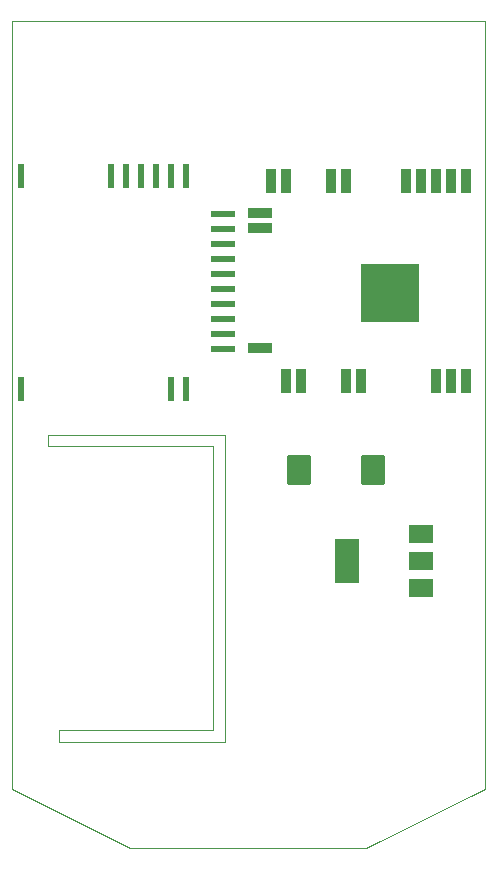
<source format=gbp>
G04 #@! TF.GenerationSoftware,KiCad,Pcbnew,5.99.0-unknown-4594d88417~130~ubuntu20.04.1*
G04 #@! TF.CreationDate,2021-07-04T17:01:16+02:00*
G04 #@! TF.ProjectId,SLS,534c532e-6b69-4636-9164-5f7063625858,rev?*
G04 #@! TF.SameCoordinates,Original*
G04 #@! TF.FileFunction,Paste,Bot*
G04 #@! TF.FilePolarity,Positive*
%FSLAX46Y46*%
G04 Gerber Fmt 4.6, Leading zero omitted, Abs format (unit mm)*
G04 Created by KiCad (PCBNEW 5.99.0-unknown-4594d88417~130~ubuntu20.04.1) date 2021-07-04 17:01:16*
%MOMM*%
%LPD*%
G01*
G04 APERTURE LIST*
G04 Aperture macros list*
%AMRoundRect*
0 Rectangle with rounded corners*
0 $1 Rounding radius*
0 $2 $3 $4 $5 $6 $7 $8 $9 X,Y pos of 4 corners*
0 Add a 4 corners polygon primitive as box body*
4,1,4,$2,$3,$4,$5,$6,$7,$8,$9,$2,$3,0*
0 Add four circle primitives for the rounded corners*
1,1,$1+$1,$2,$3*
1,1,$1+$1,$4,$5*
1,1,$1+$1,$6,$7*
1,1,$1+$1,$8,$9*
0 Add four rect primitives between the rounded corners*
20,1,$1+$1,$2,$3,$4,$5,0*
20,1,$1+$1,$4,$5,$6,$7,0*
20,1,$1+$1,$6,$7,$8,$9,0*
20,1,$1+$1,$8,$9,$2,$3,0*%
G04 Aperture macros list end*
G04 #@! TA.AperFunction,Profile*
%ADD10C,0.050000*%
G04 #@! TD*
%ADD11RoundRect,0.250000X-0.787500X-1.025000X0.787500X-1.025000X0.787500X1.025000X-0.787500X1.025000X0*%
%ADD12R,0.900000X2.000000*%
%ADD13R,2.000000X0.900000*%
%ADD14R,5.000000X5.000000*%
%ADD15R,2.000000X1.500000*%
%ADD16R,2.000000X3.800000*%
%ADD17R,0.500000X2.000000*%
%ADD18R,2.000000X0.500000*%
G04 APERTURE END LIST*
D10*
X47000000Y-76000000D02*
X33000000Y-76000000D01*
X30000000Y-105000000D02*
X30000000Y-40000000D01*
X48000000Y-101000000D02*
X34000000Y-101000000D01*
X70000000Y-105000000D02*
X60000000Y-110000000D01*
X40000000Y-110000000D02*
X30000000Y-105000000D01*
X48000000Y-75000000D02*
X48000000Y-101000000D01*
X33000000Y-76000000D02*
X33000000Y-75000000D01*
X30000000Y-40000000D02*
X70000000Y-40000000D01*
X33000000Y-75000000D02*
X48000000Y-75000000D01*
X34000000Y-101000000D02*
X34000000Y-100000000D01*
X70000000Y-40000000D02*
X70000000Y-105000000D01*
X60000000Y-110000000D02*
X40000000Y-110000000D01*
X34000000Y-100000000D02*
X47000000Y-100000000D01*
X47000000Y-100000000D02*
X47000000Y-76000000D01*
D11*
X54287500Y-78000000D03*
X60512500Y-78000000D03*
D12*
X68470000Y-70485000D03*
X67200000Y-70485000D03*
X65930000Y-70485000D03*
X59580000Y-70485000D03*
X58310000Y-70485000D03*
X54500000Y-70485000D03*
X53230000Y-70485000D03*
D13*
X50960000Y-67700000D03*
X50960000Y-57540000D03*
X50960000Y-56270000D03*
D12*
X51960000Y-53485000D03*
X53230000Y-53485000D03*
X57040000Y-53485000D03*
X58310000Y-53485000D03*
X63390000Y-53485000D03*
X64660000Y-53485000D03*
X65930000Y-53485000D03*
X67200000Y-53485000D03*
X68470000Y-53485000D03*
D14*
X61970000Y-62985000D03*
D15*
X64650000Y-83400000D03*
X64650000Y-85700000D03*
D16*
X58350000Y-85700000D03*
D15*
X64650000Y-88000000D03*
D17*
X30730000Y-53110000D03*
X38350000Y-53110000D03*
X39620000Y-53110000D03*
X40890000Y-53110000D03*
X42160000Y-53110000D03*
X43430000Y-53110000D03*
X44700000Y-53110000D03*
D18*
X47875000Y-56285000D03*
X47875000Y-57555000D03*
X47875000Y-58825000D03*
X47875000Y-60095000D03*
X47875000Y-61365000D03*
X47875000Y-62635000D03*
X47875000Y-63905000D03*
X47875000Y-65175000D03*
X47875000Y-66445000D03*
X47875000Y-67715000D03*
D17*
X44700000Y-71160000D03*
X43430000Y-71160000D03*
X30730000Y-71160000D03*
M02*

</source>
